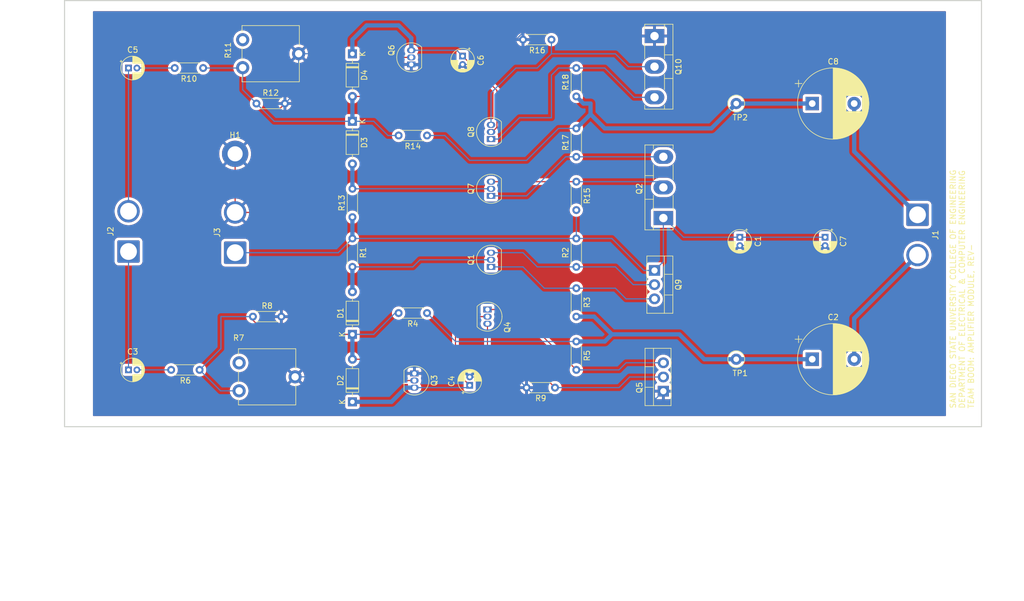
<source format=kicad_pcb>
(kicad_pcb (version 20240108) (generator "pcbnew") (generator_version "8.0")
  (title_block (title "Amplifier PCB") (date "2024-09-08") (rev "-") (company "Team BOOM"))
  (layers (0 "F.Cu" signal) (31 "B.Cu" signal) (34 "B.Paste" user) (35 "F.Paste" user) (36 "B.SilkS" user "B.Silkscreen") (37 "F.SilkS" user "F.Silkscreen") (38 "B.Mask" user) (39 "F.Mask" user) (44 "Edge.Cuts" user))
  (net 0 "")
  (net 1 "Net-(C8-Pad1)")
  (net 2 "Net-(C2-Pad1)")
  (net 3 "Net-(Q10-C)")
  (net 4 "Net-(Q2-C)")
  (net 5 "GND")
  (net 6 "Net-(Q10-B)")
  (net 7 "Net-(D3-K)")
  (net 8 "/18V")
  (net 9 "Net-(D3-A)")
  (net 10 "Net-(C5-Pad2)")
  (net 11 "Net-(Q4-C)")
  (net 12 "Net-(D1-K)")
  (net 13 "Net-(C3-Pad2)")
  (net 14 "Net-(Q4-E)")
  (net 15 "Net-(D1-A)")
  (net 16 "Net-(Q1-C)")
  (net 17 "Net-(Q1-E)")
  (net 18 "Net-(Q2-B)")
  (net 19 "Net-(D4-K)")
  (net 20 "Net-(D2-K)")
  (net 21 "Net-(J2-Pin_2)")
  (net 22 "Net-(J2-Pin_1)")
  (net 23 "Net-(J1-Pin_2)")
  (net 24 "Net-(J1-Pin_1)")
  (footprint "Resistor_THT:R_Axial_DIN0204_L3.6mm_D1.6mm_P5.08mm_Horizontal" (layer "F.Cu") (at 97.155 120.015)
    (property "Reference" "R8" (at 2.54 -1.92 0) (layer "F.SilkS"))
    (property "Value" "1.3k")
    (pad "1" thru_hole circle (at 0 0) (size 1.4 1.4) (drill 0.7) (layers "*.Cu" "*.Mask") (net 12 "Net-(D1-K)"))
    (pad "2" thru_hole oval (at 5.08 0) (size 1.4 1.4) (drill 0.7) (layers "*.Cu" "*.Mask") (net 5 "GND"))
  )
  (footprint "Resistor_THT:R_Axial_DIN0204_L3.6mm_D1.6mm_P5.08mm_Horizontal" (layer "F.Cu") (at 128.27 87.63 180)
    (property "Reference" "R14" (at 2.54 -1.92 0) (layer "F.SilkS"))
    (property "Value" "12k")
    (pad "1" thru_hole circle (at 0 0 180) (size 1.4 1.4) (drill 0.7) (layers "*.Cu" "*.Mask") (net 1 "Net-(C8-Pad1)"))
    (pad "2" thru_hole oval (at 5.08 0 180) (size 1.4 1.4) (drill 0.7) (layers "*.Cu" "*.Mask") (net 7 "Net-(D3-K)"))
  )
  (footprint "TestPoint:TestPoint_Loop_D2.50mm_Drill1.0mm" (layer "F.Cu") (at 183.515 127.635)
    (property "Reference" "TP1" (at 0.7 2.5 0) (layer "F.SilkS"))
    (property "Value" "TestPoint")
    (pad "1" thru_hole circle (at 0 0) (size 2 2) (drill 1) (layers "*.Cu" "*.Mask") (net 2 "Net-(C2-Pad1)"))
  )
  (footprint "Resistor_THT:R_Axial_DIN0204_L3.6mm_D1.6mm_P5.08mm_Horizontal" (layer "F.Cu") (at 97.79 81.915)
    (property "Reference" "R12" (at 2.54 -1.92 0) (layer "F.SilkS"))
    (property "Value" "1.3k")
    (pad "1" thru_hole circle (at 0 0) (size 1.4 1.4) (drill 0.7) (layers "*.Cu" "*.Mask") (net 7 "Net-(D3-K)"))
    (pad "2" thru_hole oval (at 5.08 0) (size 1.4 1.4) (drill 0.7) (layers "*.Cu" "*.Mask") (net 5 "GND"))
  )
  (footprint "Capacitor_THT:CP_Radial_D4.0mm_P1.50mm" (layer "F.Cu") (at 184.15 105.815 -90)
    (property "Reference" "C1" (at 0.75 -3.25 90) (layer "F.SilkS"))
    (property "Value" "0.22Uf")
    (pad "1" thru_hole rect (at 0 0 270) (size 1.2 1.2) (drill 0.6) (layers "*.Cu" "*.Mask") (net 8 "/18V"))
    (pad "2" thru_hole circle (at 1.5 0 270) (size 1.2 1.2) (drill 0.6) (layers "*.Cu" "*.Mask") (net 5 "GND"))
  )
  (footprint "Resistor_THT:R_Axial_DIN0204_L3.6mm_D1.6mm_P5.08mm_Horizontal" (layer "F.Cu") (at 154.94 95.885 -90)
    (property "Reference" "R15" (at 2.54 -1.92 90) (layer "F.SilkS"))
    (property "Value" "10k")
    (pad "1" thru_hole circle (at 0 0 270) (size 1.4 1.4) (drill 0.7) (layers "*.Cu" "*.Mask") (net 18 "Net-(Q2-B)"))
    (pad "2" thru_hole oval (at 5.08 0 270) (size 1.4 1.4) (drill 0.7) (layers "*.Cu" "*.Mask") (net 8 "/18V"))
  )
  (footprint "Connector_Wire:SolderWire-2.5sqmm_1x02_P7.2mm_D2.4mm_OD3.6mm" (layer "F.Cu") (at 93.98 108.585 90)
    (property "Reference" "J3" (at 3.6 -3.2 90) (layer "F.SilkS"))
    (property "Value" "Power Input")
    (pad "1" thru_hole roundrect (at 0 0 90) (size 4 4) (drill 3) (layers "*.Cu" "*.Mask") (roundrect_rratio 0.0625) (net 8 "/18V"))
    (pad "2" thru_hole circle (at 7.2 0 90) (size 4 4) (drill 3) (layers "*.Cu" "*.Mask") (net 5 "GND"))
  )
  (footprint "Resistor_THT:R_Axial_DIN0204_L3.6mm_D1.6mm_P5.08mm_Horizontal" (layer "F.Cu") (at 154.94 114.935 -90)
    (property "Reference" "R3" (at 2.54 -1.92 90) (layer "F.SilkS"))
    (property "Value" "0.22")
    (pad "1" thru_hole circle (at 0 0 270) (size 1.4 1.4) (drill 0.7) (layers "*.Cu" "*.Mask") (net 17 "Net-(Q1-E)"))
    (pad "2" thru_hole oval (at 5.08 0 270) (size 1.4 1.4) (drill 0.7) (layers "*.Cu" "*.Mask") (net 2 "Net-(C2-Pad1)"))
  )
  (footprint "Capacitor_THT:CP_Radial_D4.0mm_P1.50mm" (layer "F.Cu") (at 74.93 129.54)
    (property "Reference" "C3" (at 0.75 -3.25 0) (layer "F.SilkS"))
    (property "Value" "1Uf")
    (pad "1" thru_hole rect (at 0 0) (size 1.2 1.2) (drill 0.6) (layers "*.Cu" "*.Mask") (net 22 "Net-(J2-Pin_1)"))
    (pad "2" thru_hole circle (at 1.5 0) (size 1.2 1.2) (drill 0.6) (layers "*.Cu" "*.Mask") (net 13 "Net-(C3-Pad2)"))
  )
  (footprint "Potentiometer_THT:Potentiometer_ACP_CA9-V10_Vertical" (layer "F.Cu") (at 95.33 75.5)
    (property "Reference" "R11" (at -2.62 -3.11 -90) (layer "F.SilkS"))
    (property "Value" "R_Variable")
    (pad "1" thru_hole circle (at 0 0) (size 2.34 2.34) (drill 1.3) (layers "*.Cu" "*.Mask") (net 7 "Net-(D3-K)"))
    (pad "2" thru_hole circle (at 10 -2.5) (size 2.34 2.34) (drill 1.3) (layers "*.Cu" "*.Mask") (net 5 "GND"))
    (pad "3" thru_hole circle (at 0 -5) (size 2.34 2.34) (drill 1.3) (layers "*.Cu" "*.Mask"))
  )
  (footprint "Resistor_THT:R_Axial_DIN0204_L3.6mm_D1.6mm_P5.08mm_Horizontal" (layer "F.Cu") (at 154.94 111.125 90)
    (property "Reference" "R2" (at 2.54 -1.92 90) (layer "F.SilkS"))
    (property "Value" "10k")
    (pad "1" thru_hole circle (at 0 0 90) (size 1.4 1.4) (drill 0.7) (layers "*.Cu" "*.Mask") (net 16 "Net-(Q1-C)"))
    (pad "2" thru_hole oval (at 5.08 0 90) (size 1.4 1.4) (drill 0.7) (layers "*.Cu" "*.Mask") (net 8 "/18V"))
  )
  (footprint "Capacitor_THT:CP_Radial_D4.0mm_P1.50mm" (layer "F.Cu") (at 74.93 75.565)
    (property "Reference" "C5" (at 0.75 -3.25 0) (layer "F.SilkS"))
    (property "Value" "1Uf")
    (pad "1" thru_hole rect (at 0 0) (size 1.2 1.2) (drill 0.6) (layers "*.Cu" "*.Mask") (net 21 "Net-(J2-Pin_2)"))
    (pad "2" thru_hole circle (at 1.5 0) (size 1.2 1.2) (drill 0.6) (layers "*.Cu" "*.Mask") (net 10 "Net-(C5-Pad2)"))
  )
  (footprint "Package_TO_SOT_THT:TO-92_Inline" (layer "F.Cu") (at 125.455 74.93 90)
    (property "Reference" "Q6" (at 2.54 -3.535 90) (layer "F.SilkS"))
    (property "Value" "2N3904")
    (pad "1" thru_hole rect (at 0 0 90) (size 1.05 1.5) (drill 0.75) (layers "*.Cu" "*.Mask") (net 5 "GND"))
    (pad "2" thru_hole oval (at 1.27 0 90) (size 1.05 1.5) (drill 0.75) (layers "*.Cu" "*.Mask") (net 7 "Net-(D3-K)"))
    (pad "3" thru_hole oval (at 2.54 0 90) (size 1.05 1.5) (drill 0.75) (layers "*.Cu" "*.Mask") (net 19 "Net-(D4-K)"))
  )
  (footprint "Diode_THT:D_DO-35_SOD27_P7.62mm_Horizontal" (layer "F.Cu") (at 114.935 85.09 -90)
    (property "Reference" "D3" (at 3.81 -2.12 90) (layer "F.SilkS"))
    (property "Value" "1N4148")
    (fp_text user "K" (at 0 -1.8 90) (layer "F.SilkS"))
    (pad "1" thru_hole rect (at 0 0 270) (size 1.6 1.6) (drill 0.8) (layers "*.Cu" "*.Mask") (net 7 "Net-(D3-K)"))
    (pad "2" thru_hole oval (at 7.62 0 270) (size 1.6 1.6) (drill 0.8) (layers "*.Cu" "*.Mask") (net 9 "Net-(D3-A)"))
  )
  (footprint "Capacitor_THT:CP_Radial_D4.0mm_P1.50mm" (layer "F.Cu") (at 134.62 73.43 -90)
    (property "Reference" "C6" (at 0.75 -3.25 90) (layer "F.SilkS"))
    (property "Value" "1nF")
    (pad "1" thru_hole rect (at 0 0 270) (size 1.2 1.2) (drill 0.6) (layers "*.Cu" "*.Mask") (net 19 "Net-(D4-K)"))
    (pad "2" thru_hole circle (at 1.5 0 270) (size 1.2 1.2) (drill 0.6) (layers "*.Cu" "*.Mask") (net 5 "GND"))
  )
  (footprint "Resistor_THT:R_Axial_DIN0204_L3.6mm_D1.6mm_P5.08mm_Horizontal" (layer "F.Cu") (at 88.265 75.565 180)
    (property "Reference" "R10" (at 2.54 -1.92 0) (layer "F.SilkS"))
    (property "Value" "4.7k")
    (pad "1" thru_hole circle (at 0 0 180) (size 1.4 1.4) (drill 0.7) (layers "*.Cu" "*.Mask") (net 7 "Net-(D3-K)"))
    (pad "2" thru_hole oval (at 5.08 0 180) (size 1.4 1.4) (drill 0.7) (layers "*.Cu" "*.Mask") (net 10 "Net-(C5-Pad2)"))
  )
  (footprint "Capacitor_THT:CP_Radial_D4.0mm_P1.50mm" (layer "F.Cu") (at 135.89 132.31 90)
    (property "Reference" "C4" (at 0.75 -3.25 90) (layer "F.SilkS"))
    (property "Value" "1nF")
    (pad "1" thru_hole rect (at 0 0 90) (size 1.2 1.2) (drill 0.6) (layers "*.Cu" "*.Mask") (net 20 "Net-(D2-K)"))
    (pad "2" thru_hole circle (at 1.5 0 90) (size 1.2 1.2) (drill 0.6) (layers "*.Cu" "*.Mask") (net 5 "GND"))
  )
  (footprint "Resistor_THT:R_Axial_DIN0204_L3.6mm_D1.6mm_P5.08mm_Horizontal" (layer "F.Cu") (at 87.63 129.54 180)
    (property "Reference" "R6" (at 2.54 -1.92 0) (layer "F.SilkS"))
    (property "Value" "4.7k")
    (pad "1" thru_hole circle (at 0 0 180) (size 1.4 1.4) (drill 0.7) (layers "*.Cu" "*.Mask") (net 12 "Net-(D1-K)"))
    (pad "2" thru_hole oval (at 5.08 0 180) (size 1.4 1.4) (drill 0.7) (layers "*.Cu" "*.Mask") (net 13 "Net-(C3-Pad2)"))
  )
  (footprint "Package_TO_SOT_THT:TO-218-3_Vertical" (layer "F.Cu") (at 168.91 69.85 -90)
    (property "Reference" "Q10" (at 5.475 -4.29 90) (layer "F.SilkS"))
    (property "Value" "QD44H8G")
    (pad "1" thru_hole rect (at 0 0 270) (size 2.5 3.5) (drill 1.5) (layers "*.Cu" "*.Mask") (net 5 "GND"))
    (pad "2" thru_hole oval (at 5.475 0 270) (size 2.5 3.5) (drill 1.5) (layers "*.Cu" "*.Mask") (net 6 "Net-(Q10-B)"))
    (pad "3" thru_hole oval (at 10.95 0 270) (size 2.5 3.5) (drill 1.5) (layers "*.Cu" "*.Mask") (net 3 "Net-(Q10-C)"))
  )
  (footprint "Capacitor_THT:CP_Radial_D4.0mm_P1.50mm" (layer "F.Cu") (at 199.39 105.815 -90)
    (property "Reference" "C7" (at 0.75 -3.25 90) (layer "F.SilkS"))
    (property "Value" "0.22Uf")
    (pad "1" thru_hole rect (at 0 0 270) (size 1.2 1.2) (drill 0.6) (layers "*.Cu" "*.Mask") (net 8 "/18V"))
    (pad "2" thru_hole circle (at 1.5 0 270) (size 1.2 1.2) (drill 0.6) (layers "*.Cu" "*.Mask") (net 5 "GND"))
  )
  (footprint "Resistor_THT:R_Axial_DIN0204_L3.6mm_D1.6mm_P5.08mm_Horizontal" (layer "F.Cu") (at 150.495 70.485 180)
    (property "Reference" "R16" (at 2.54 -1.92 0) (layer "F.SilkS"))
    (property "Value" "10k")
    (pad "1" thru_hole circle (at 0 0 180) (size 1.4 1.4) (drill 0.7) (layers "*.Cu" "*.Mask") (net 6 "Net-(Q10-B)"))
    (pad "2" thru_hole oval (at 5.08 0 180) (size 1.4 1.4) (drill 0.7) (layers "*.Cu" "*.Mask") (net 5 "GND"))
  )
  (footprint "Diode_THT:D_DO-35_SOD27_P7.62mm_Horizontal" (layer "F.Cu") (at 114.935 123.19 90)
    (property "Reference" "D1" (at 3.81 -2.12 90) (layer "F.SilkS"))
    (property "Value" "1N4148")
    (fp_text user "K" (at 0 -1.8 90) (layer "F.SilkS"))
    (pad "1" thru_hole rect (at 0 0 90) (size 1.6 1.6) (drill 0.8) (layers "*.Cu" "*.Mask") (net 12 "Net-(D1-K)"))
    (pad "2" thru_hole oval (at 7.62 0 90) (size 1.6 1.6) (drill 0.8) (layers "*.Cu" "*.Mask") (net 15 "Net-(D1-A)"))
  )
  (footprint "Resistor_THT:R_Axial_DIN0204_L3.6mm_D1.6mm_P5.08mm_Horizontal" (layer "F.Cu") (at 151.13 132.715 180)
    (property "Reference" "R9" (at 2.54 -1.905 0) (layer "F.SilkS"))
    (property "Value" "10k")
    (pad "1" thru_hole circle (at 0 0 180) (size 1.4 1.4) (drill 0.7) (layers "*.Cu" "*.Mask") (net 11 "Net-(Q4-C)"))
    (pad "2" thru_hole oval (at 5.08 0 180) (size 1.4 1.4) (drill 0.7) (layers "*.Cu" "*.Mask") (net 5 "GND"))
  )
  (footprint "Connector_Wire:SolderWire-2.5sqmm_1x02_P7.2mm_D2.4mm_OD3.6mm" (layer "F.Cu") (at 215.9 101.81 -90)
    (property "Reference" "J1" (at 3.6 -3.2 90) (layer "F.SilkS"))
    (property "Value" "Speaker Terminals")
    (pad "1" thru_hole roundrect (at 0 0 270) (size 4 4) (drill 3) (layers "*.Cu" "*.Mask") (roundrect_rratio 0.0625) (net 24 "Net-(J1-Pin_1)"))
    (pad "2" thru_hole circle (at 7.2 0 270) (size 4 4) (drill 3) (layers "*.Cu" "*.Mask") (net 23 "Net-(J1-Pin_2)"))
  )
  (footprint "Package_TO_SOT_THT:TO-92_Inline" (layer "F.Cu") (at 139.7 88.265 90)
    (property "Reference" "Q8" (at 1.27 -3.56 90) (layer "F.SilkS"))
    (property "Value" "2N3906")
    (pad "1" thru_hole rect (at 0 0 90) (size 1.05 1.5) (drill 0.75) (layers "*.Cu" "*.Mask") (net 3 "Net-(Q10-C)"))
    (pad "2" thru_hole oval (at 1.27 0 90) (size 1.05 1.5) (drill 0.75) (layers "*.Cu" "*.Mask") (net 19 "Net-(D4-K)"))
    (pad "3" thru_hole oval (at 2.54 0 90) (size 1.05 1.5) (drill 0.75) (layers "*.Cu" "*.Mask") (net 6 "Net-(Q10-B)"))
  )
  (footprint "Resistor_THT:R_Axial_DIN0204_L3.6mm_D1.6mm_P5.08mm_Horizontal" (layer "F.Cu") (at 154.94 80.645 90)
    (property "Reference" "R18" (at 2.54 -1.92 90) (layer "F.SilkS"))
    (property "Value" "0.22")
    (pad "1" thru_hole circle (at 0 0 90) (size 1.4 1.4) (drill 0.7) (layers "*.Cu" "*.Mask") (net 1 "Net-(C8-Pad1)"))
    (pad "2" thru_hole oval (at 5.08 0 90) (size 1.4 1.4) (drill 0.7) (layers "*.Cu" "*.Mask") (net 3 "Net-(Q10-C)"))
  )
  (footprint "Potentiometer_THT:Potentiometer_ACP_CA9-V10_Vertical" (layer "F.Cu") (at 94.695 133.285)
    (property "Reference" "R7" (at -0.08 -9.46 0) (layer "F.SilkS"))
    (property "Value" "R_Variable")
    (pad "1" thru_hole circle (at 0 0) (size 2.34 2.34) (drill 1.3) (layers "*.Cu" "*.Mask") (net 12 "Net-(D1-K)"))
    (pad "2" thru_hole circle (at 10 -2.5) (size 2.34 2.34) (drill 1.3) (layers "*.Cu" "*.Mask") (net 5 "GND"))
    (pad "3" thru_hole circle (at 0 -5) (size 2.34 2.34) (drill 1.3) (layers "*.Cu" "*.Mask"))
  )
  (footprint "Package_TO_SOT_THT:TO-92_Inline" (layer "F.Cu") (at 139.7 111.125 90)
    (property "Reference" "Q1" (at 1.27 -3.56 90) (layer "F.SilkS"))
    (property "Value" "2N3904")
    (pad "1" thru_hole rect (at 0 0 90) (size 1.05 1.5) (drill 0.75) (layers "*.Cu" "*.Mask") (net 17 "Net-(Q1-E)"))
    (pad "2" thru_hole oval (at 1.27 0 90) (size 1.05 1.5) (drill 0.75) (layers "*.Cu" "*.Mask") (net 15 "Net-(D1-A)"))
    (pad "3" thru_hole oval (at 2.54 0 90) (size 1.05 1.5) (drill 0.75) (layers "*.Cu" "*.Mask") (net 16 "Net-(Q1-C)"))
  )
  (footprint "Resistor_THT:R_Axial_DIN0204_L3.6mm_D1.6mm_P5.08mm_Horizontal" (layer "F.Cu") (at 154.94 91.44 90)
    (property "Reference" "R17" (at 2.54 -1.92 90) (layer "F.SilkS"))
    (property "Value" "0.22")
    (pad "1" thru_hole circle (at 0 0 90) (size 1.4 1.4) (drill 0.7) (layers "*.Cu" "*.Mask") (net 4 "Net-(Q2-C)"))
    (pad "2" thru_hole oval (at 5.08 0 90) (size 1.4 1.4) (drill 0.7) (layers "*.Cu" "*.Mask") (net 1 "Net-(C8-Pad1)"))
  )
  (footprint "Package_TO_SOT_THT:TO-220-3_Vertical" (layer "F.Cu") (at 168.91 111.76 -90)
    (property "Reference" "Q9" (at 2.54 -4.27 90) (layer "F.SilkS"))
    (property "Value" "QD45H8G")
    (pad "1" thru_hole rect (at 0 0 270) (size 1.905 2) (drill 1.1) (layers "*.Cu" "*.Mask") (net 8 "/18V"))
    (pad "2" thru_hole oval (at 2.54 0 270) (size 1.905 2) (drill 1.1) (layers "*.Cu" "*.Mask") (net 16 "Net-(Q1-C)"))
    (pad "3" thru_hole oval (at 5.08 0 270) (size 1.905 2) (drill 1.1) (layers "*.Cu" "*.Mask") (net 17 "Net-(Q1-E)"))
  )
  (footprint "TestPoint:TestPoint_Loop_D2.50mm_Drill1.0mm" (layer "F.Cu") (at 183.515 81.915)
    (property "Reference" "TP2" (at 0.7 2.5 0) (layer "F.SilkS"))
    (property "Value" "TestPoint")
    (pad "1" thru_hole circle (at 0 0) (size 2 2) (drill 1) (layers "*.Cu" "*.Mask") (net 1 "Net-(C8-Pad1)"))
  )
  (footprint "Resistor_THT:R_Axial_DIN0204_L3.6mm_D1.6mm_P5.08mm_Horizontal" (layer "F.Cu") (at 114.935 106.045 -90)
    (property "Reference" "R1" (at 2.54 -1.92 90) (layer "F.SilkS"))
    (property "Value" "4.7k")
    (pad "1" thru_hole circle (at 0 0 270) (size 1.4 1.4) (drill 0.7) (layers "*.Cu" "*.Mask") (net 8 "/18V"))
    (pad "2" thru_hole oval (at 5.08 0 270) (size 1.4 1.4) (drill 0.7) (layers "*.Cu" "*.Mask") (net 15 "Net-(D1-A)"))
  )
  (footprint "Package_TO_SOT_THT:TO-92_Inline" (layer "F.Cu") (at 139.7 98.425 90)
    (property "Reference" "Q7" (at 1.27 -3.56 90) (layer "F.SilkS"))
    (property "Value" "2N3904")
    (pad "1" thru_hole rect (at 0 0 90) (size 1.05 1.5) (drill 0.75) (layers "*.Cu" "*.Mask") (net 4 "Net-(Q2-C)"))
    (pad "2" thru_hole oval (at 1.27 0 90) (size 1.05 1.5) (drill 0.75) (layers "*.Cu" "*.Mask") (net 9 "Net-(D3-A)"))
    (pad "3" thru_hole oval (at 2.54 0 90) (size 1.05 1.5) (drill 0.75) (layers "*.Cu" "*.Mask") (net 18 "Net-(Q2-B)"))
  )
  (footprint "Capacitor_THT:CP_Radial_D12.5mm_P7.50mm" (layer "F.Cu") (at 197.086041 127.635)
    (property "Reference" "C2" (at 3.75 -7.5 0) (layer "F.SilkS"))
    (property "Value" "1000uF")
    (pad "1" thru_hole rect (at 0 0) (size 2.4 2.4) (drill 1.2) (layers "*.Cu" "*.Mask") (net 2 "Net-(C2-Pad1)"))
    (pad "2" thru_hole circle (at 7.5 0) (size 2.4 2.4) (drill 1.2) (layers "*.Cu" "*.Mask") (net 23 "Net-(J1-Pin_2)"))
  )
  (footprint "Connector_Wire:SolderWire-2.5sqmm_1x02_P7.2mm_D2.4mm_OD3.6mm" (layer "F.Cu") (at 74.93 108.375 90)
    (property "Reference" "J2" (at 3.6 -3.2 90) (layer "F.SilkS"))
    (property "Value" "Input Terminals")
    (pad "1" thru_hole roundrect (at 0 0 90) (size 4 4) (drill 3) (layers "*.Cu" "*.Mask") (roundrect_rratio 0.0625) (net 22 "Net-(J2-Pin_1)"))
    (pad "2" thru_hole circle (at 7.2 0 90) (size 4 4) (drill 3) (layers "*.Cu" "*.Mask") (net 21 "Net-(J2-Pin_2)"))
  )
  (footprint "Diode_THT:D_DO-35_SOD27_P7.62mm_Horizontal" (layer "F.Cu") (at 114.935 73.025 -90)
    (property "Reference" "D4" (at 3.81 -2.12 90) (layer "F.SilkS"))
    (property "Value" "1N4148")
    (fp_text user "K" (at 0 -1.8 90) (layer "F.SilkS"))
    (pad "1" thru_hole rect (at 0 0 270) (size 1.6 1.6) (drill 0.8) (layers "*.Cu" "*.Mask") (net 19 "Net-(D4-K)"))
    (pad "2" thru_hole oval (at 7.62 0 270) (size 1.6 1.6) (drill 0.8) (layers "*.Cu" "*.Mask") (net 7 "Net-(D3-K)"))
  )
  (footprint "Package_TO_SOT_THT:TO-92_Inline" (layer "F.Cu") (at 126.005 130.175 -90)
    (property "Reference" "Q3" (at 1.27 -3.56 90) (layer "F.SilkS"))
    (property "Value" "2N3904")
    (pad "1" thru_hole rect (at 0 0 270) (size 1.05 1.5) (drill 0.75) (layers "*.Cu" "*.Mask") (net 5 "GND"))
    (pad "2" thru_hole oval (at 1.27 0 270) (size 1.05 1.5) (drill 0.75) (layers "*.Cu" "*.Mask") (net 12 "Net-(D1-K)"))
    (pad "3" thru_hole oval (at 2.54 0 270) (size 1.05 1.5) (drill 0.75) (layers "*.Cu" "*.Mask") (net 20 "Net-(D2-K)"))
  )
  (footprint "Package_TO_SOT_THT:TO-220-3_Vertical" (layer "F.Cu") (at 170.49 133.35 90)
    (property "Reference" "Q5" (at 0.635 -4.27 90) (layer "F.SilkS"))
    (property "Value" "QD44H8G")
    (pad "1" thru_hole rect (at 0 0 90) (size 1.905 2) (drill 1.1) (layers "*.Cu" "*.Mask") (net 5 "GND"))
    (pad "2" thru_hole oval (at 2.54 0 90) (size 1.905 2) (drill 1.1) (layers "*.Cu" "*.Mask") (net 11 "Net-(Q4-C)"))
    (pad "3" thru_hole oval (at 5.08 0 90) (size 1.905 2) (drill 1.1) (layers "*.Cu" "*.Mask") (net 14 "Net-(Q4-E)"))
  )
  (footprint "Capacitor_THT:CP_Radial_D12.5mm_P7.50mm" (layer "F.Cu") (at 197.086041 81.915)
    (property "Reference" "C8" (at 3.75 -7.5 0) (layer "F.SilkS"))
    (property "Value" "1000uF")
    (pad "1" thru_hole rect (at 0 0) (size 2.4 2.4) (drill 1.2) (layers "*.Cu" "*.Mask") (net 1 "Net-(C8-Pad1)"))
    (pad "2" thru_hole circle (at 7.5 0) (size 2.4 2.4) (drill 1.2) (layers "*.Cu" "*.Mask") (net 24 "Net-(J1-Pin_1)"))
  )
  (footprint "Package_TO_SOT_THT:TO-92_Inline" (layer "F.Cu") (at 139.065 118.745 -90)
    (property "Reference" "Q4" (at 3.175 -3.56 90) (layer "F.SilkS"))
    (property "Value" "2N3906")
    (pad "1" thru_hole rect (at 0 0 270) (size 1.05 1.5) (drill 0.75) (layers "*.Cu" "*.Mask") (net 14 "Net-(Q4-E)"))
    (pad "2" thru_hole oval (at 1.27 0 270) (size 1.05 1.5) (drill 0.75) (layers "*.Cu" "*.Mask") (net 20 "Net-(D2-K)"))
    (pad "3" thru_hole oval (at 2.54 0 270) (size 1.05 1.5) (drill 0.75) (layers "*.Cu" "*.Mask") (net 11 "Net-(Q4-C)"))
  )
  (footprint "Resistor_THT:R_Axial_DIN0204_L3.6mm_D1.6mm_P5.08mm_Horizontal" (layer "F.Cu") (at 114.935 102.235 90)
    (property "Reference" "R13" (at 2.54 -1.905 90) (layer "F.SilkS"))
    (property "Value" "4.7k")
    (pad "1" thru_hole circle (at 0 0 90) (size 1.4 1.4) (drill 0.7) (layers "*.Cu" "*.Mask") (net 8 "/18V"))
    (pad "2" thru_hole oval (at 5.08 0 90) (size 1.4 1.4) (drill 0.7) (layers "*.Cu" "*.Mask") (net 9 "Net-(D3-A)"))
  )
  (footprint "Resistor_THT:R_Axial_DIN0204_L3.6mm_D1.6mm_P5.08mm_Horizontal" (layer "F.Cu") (at 154.94 124.46 -90)
    (property "Reference" "R5" (at 2.54 -1.92 90) (layer "F.SilkS"))
    (property "Value" "0.22")
    (pad "1" thru_hole circle (at 0 0 270) (size 1.4 1.4) (drill 0.7) (layers "*.Cu" "*.Mask") (net 2 "Net-(C2-Pad1)"))
    (pad "2" thru_hole oval (at 5.08 0 270) (size 1.4 1.4) (drill 0.7) (layers "*.Cu" "*.Mask") (net 14 "Net-(Q4-E)"))
  )
  (footprint "MountingHole:MountingHole_2.7mm_M2.5_DIN965_Pad" (layer "F.Cu") (at 93.98 90.905)
    (property "Reference" "H1" (at 0 -3.35 0) (layer "F.SilkS"))
    (property "Value" "MountingHole_Pad")
    (pad "1" thru_hole circle (at 0 0) (size 4.7 4.7) (drill 2.7) (layers "*.Cu" "*.Mask") (net 5 "GND"))
  )
  (footprint "Resistor_THT:R_Axial_DIN0204_L3.6mm_D1.6mm_P5.08mm_Horizontal" (layer "F.Cu") (at 128.27 119.38 180)
    (property "Reference" "R4" (at 2.54 -1.92 0) (layer "F.SilkS"))
    (property "Value" "12k")
    (pad "1" thru_hole circle (at 0 0 180) (size 1.4 1.4) (drill 0.7) (layers "*.Cu" "*.Mask") (net 2 "Net-(C2-Pad1)"))
    (pad "2" thru_hole oval (at 5.08 0 180) (size 1.4 1.4) (drill 0.7) (layers "*.Cu" "*.Mask") (net 12 "Net-(D1-K)"))
  )
  (footprint "Diode_THT:D_DO-35_SOD27_P7.62mm_Horizontal" (layer "F.Cu") (at 114.935 135.255 90)
    (property "Reference" "D2" (at 3.81 -2.12 90) (layer "F.SilkS"))
    (property "Value" "1N4148")
    (fp_text user "K" (at 0 -1.8 90) (layer "F.SilkS"))
    (pad "1" thru_hole rect (at 0 0 90) (size 1.6 1.6) (drill 0.8) (layers "*.Cu" "*.Mask") (net 20 "Net-(D2-K)"))
    (pad "2" thru_hole oval (at 7.62 0 90) (size 1.6 1.6) (drill 0.8) (layers "*.Cu" "*.Mask") (net 12 "Net-(D1-K)"))
  )
  (footprint "Package_TO_SOT_THT:TO-218-3_Vertical" (layer "F.Cu") (at 170.49 102.39 90)
    (property "Reference" "Q2" (at 5.235 -4.29 90) (layer "F.SilkS"))
    (property "Value" "QD45H8G")
    (pad "1" thru_hole rect (at 0 0 90) (size 2.5 3.5) (drill 1.5) (layers "*.Cu" "*.Mask") (net 8 "/18V"))
    (pad "2" thru_hole oval (at 5.475 0 90) (size 2.5 3.5) (drill 1.5) (layers "*.Cu" "*.Mask") (net 18 "Net-(Q2-B)"))
    (pad "3" thru_hole oval (at 10.95 0 90) (size 2.5 3.5) (drill 1.5) (layers "*.Cu" "*.Mask") (net 4 "Net-(Q2-C)"))
  )
  (gr_rect (start 63.5 63.5) (end 227.33 139.7) (stroke (width 0.2)) (fill none) (layer "Edge.Cuts"))
  (gr_text "SAN DIEGO STATE UNIVERSITY COLLEGE OF ENGINEERING\nDEPARTMENT OF ELECTRICAL & COMPUTER ENGINEERING\nTEAM BOOM: AMPLIFIER MODULE, REV-" (at 226.06 136.525 90) (layer "F.SilkS") (effects (font (size 1 1)) (justify left bottom)))
  (segment (start 146.05 92.075) (end 151.765 86.36) (width 0.2) (layer "B.Cu") (net 1))
  (segment (start 197.086041 81.915) (end 183.515 81.915) (width 0.762) (layer "B.Cu") (net 1))
  (segment (start 183.515 81.915) (end 179.07 86.36) (width 0.762) (layer "B.Cu") (net 1))
  (segment (start 131.445 87.63) (end 135.89 92.075) (width 0.2) (layer "B.Cu") (net 1))
  (segment (start 128.27 87.63) (end 131.445 87.63) (width 0.2) (layer "B.Cu") (net 1))
  (segment (start 179.07 86.36) (end 160.02 86.36) (width 0.762) (layer "B.Cu") (net 1))
  (segment (start 156.21 81.915) (end 154.94 80.645) (width 0.762) (layer "B.Cu") (net 1))
  (segment (start 157.48 83.82) (end 154.94 86.36) (width 0.762) (layer "B.Cu") (net 1))
  (segment (start 157.48 81.915) (end 156.21 81.915) (width 0.762) (layer "B.Cu") (net 1))
  (segment (start 157.48 83.82) (end 157.48 81.915) (width 0.762) (layer "B.Cu") (net 1))
  (segment (start 160.02 86.36) (end 157.48 83.82) (width 0.762) (layer "B.Cu") (net 1))
  (segment (start 151.765 86.36) (end 154.94 86.36) (width 0.2) (layer "B.Cu") (net 1))
  (segment (start 135.89 92.075) (end 146.05 92.075) (width 0.2) (layer "B.Cu") (net 1))
  (segment (start 177.8 127.635) (end 173.355 123.19) (width 0.762) (layer "B.Cu") (net 2))
  (segment (start 161.29 123.19) (end 160.02 124.46) (width 0.762) (layer "B.Cu") (net 2))
  (segment (start 161.29 123.19) (end 158.115 120.015) (width 0.762) (layer "B.Cu") (net 2))
  (segment (start 173.355 123.19) (end 161.29 123.19) (width 0.762) (layer "B.Cu") (net 2))
  (segment (start 128.27 119.38) (end 133.35 124.46) (width 0.2) (layer "B.Cu") (net 2))
  (segment (start 160.02 124.46) (end 154.94 124.46) (width 0.762) (layer "B.Cu") (net 2))
  (segment (start 197.086041 127.635) (end 183.515 127.635) (width 0.762) (layer "B.Cu") (net 2))
  (segment (start 133.35 124.46) (end 154.94 124.46) (width 0.2) (layer "B.Cu") (net 2))
  (segment (start 158.115 120.015) (end 154.94 120.015) (width 0.762) (layer "B.Cu") (net 2))
  (segment (start 183.515 127.635) (end 177.8 127.635) (width 0.762) (layer "B.Cu") (net 2))
  (segment (start 144.78 84.455) (end 140.97 88.265) (width 0.2) (layer "B.Cu") (net 3))
  (segment (start 140.97 88.265) (end 139.7 88.265) (width 0.2) (layer "B.Cu") (net 3))
  (segment (start 165.255 80.8) (end 160.02 75.565) (width 0.2) (layer "B.Cu") (net 3))
  (segment (start 150.495 84.455) (end 144.78 84.455) (width 0.2) (layer "B.Cu") (net 3))
  (segment (start 150.495 76.835) (end 150.495 84.455) (width 0.2) (layer "B.Cu") (net 3))
  (segment (start 168.91 80.8) (end 165.255 80.8) (width 0.2) (layer "B.Cu") (net 3))
  (segment (start 160.02 75.565) (end 154.94 75.565) (width 0.2) (layer "B.Cu") (net 3))
  (segment (start 151.765 75.565) (end 150.495 76.835) (width 0.2) (layer "B.Cu") (net 3))
  (segment (start 154.94 75.565) (end 151.765 75.565) (width 0.2) (layer "B.Cu") (net 3))
  (segment (start 139.7 98.425) (end 146.05 98.425) (width 0.2) (layer "B.Cu") (net 4))
  (segment (start 154.94 91.44) (end 170.49 91.44) (width 0.2) (layer "B.Cu") (net 4))
  (segment (start 153.035 91.44) (end 154.94 91.44) (width 0.2) (layer "B.Cu") (net 4))
  (segment (start 146.05 98.425) (end 153.035 91.44) (width 0.2) (layer "B.Cu") (net 4))
  (segment (start 93.98 101.385) (end 99.48 101.385) (width 0.2) (layer "F.Cu") (net 5))
  (segment (start 102.235 104.14) (end 102.235 120.015) (width 0.2) (layer "F.Cu") (net 5))
  (segment (start 179.705 111.76) (end 184.15 107.315) (width 0.2) (layer "F.Cu") (net 5))
  (segment (start 99.48 101.385) (end 102.235 104.14) (width 0.2) (layer "F.Cu") (net 5))
  (segment (start 93.98 90.805) (end 102.87 81.915) (width 0.2) (layer "F.Cu") (net 5))
  (segment (start 93.98 101.385) (end 93.98 90.805) (width 0.2) (layer "F.Cu") (net 5))
  (segment (start 179.705 127) (end 179.705 111.76) (width 0.2) (layer "F.Cu") (net 5))
  (segment (start 173.355 133.35) (end 179.705 127) (width 0.2) (layer "F.Cu") (net 5))
  (segment (start 170.49 133.35) (end 173.355 133.35) (width 0.2) (layer "F.Cu") (net 5))
  (segment (start 135.255 130.175) (end 135.89 130.81) (width 0.2) (layer "B.Cu") (net 5))
  (segment (start 105.33 73) (end 105.33 79.455) (width 0.2) (layer "B.Cu") (net 5))
  (segment (start 135.89 130.81) (end 144.145 130.81) (width 0.2) (layer "B.Cu") (net 5))
  (segment (start 109.22 123.19) (end 109.22 129.54) (width 0.2) (layer "B.Cu") (net 5))
  (segment (start 161.29 69.85) (end 159.385 67.945) (width 0.2) (layer "B.Cu") (net 5))
  (segment (start 123.825 130.175) (end 126.005 130.175) (width 0.2) (layer "B.Cu") (net 5))
  (segment (start 125.455 75.84) (end 125.455 74.93) (width 0.2) (layer "B.Cu") (net 5))
  (segment (start 109.22 129.54) (end 107.95 130.81) (width 0.2) (layer "B.Cu") (net 5))
  (segment (start 168.585 135.255) (end 170.49 133.35) (width 0.2) (layer "B.Cu") (net 5))
  (segment (start 106.045 120.015) (end 109.22 123.19) (width 0.2) (layer "B.Cu") (net 5))
  (segment (start 110.49 130.81) (end 123.19 130.81) (width 0.2) (layer "B.Cu") (net 5))
  (segment (start 109.22 129.54) (end 110.49 130.81) (width 0.2) (layer "B.Cu") (net 5))
  (segment (start 107.95 130.81) (end 107.925 130.785) (width 0.2) (layer "B.Cu") (net 5))
  (segment (start 184.15 107.315) (end 199.39 107.315) (width 0.2) (layer "B.Cu") (net 5))
  (segment (start 124.46 76.835) (end 125.455 75.84) (width 0.2) (layer "B.Cu") (net 5))
  (segment (start 105.33 73) (end 107.29 73) (width 0.2) (layer "B.Cu") (net 5))
  (segment (start 111.125 76.835) (end 124.46 76.835) (width 0.2) (layer "B.Cu") (net 5))
  (segment (start 102.235 120.015) (end 106.045 120.015) (width 0.2) (layer "B.Cu") (net 5))
  (segment (start 168.91 69.85) (end 161.29 69.85) (width 0.2) (layer "B.Cu") (net 5))
  (segment (start 123.19 130.81) (end 123.825 130.175) (width 0.2) (layer "B.Cu") (net 5))
  (segment (start 146.05 132.715) (end 148.59 135.255) (width 0.2) (layer "B.Cu") (net 5))
  (segment (start 139.7 74.93) (end 134.62 74.93) (width 0.2) (layer "B.Cu") (net 5))
  (segment (start 105.33 79.455) (end 102.87 81.915) (width 0.2) (layer "B.Cu") (net 5))
  (segment (start 126.005 130.175) (end 135.255 130.175) (width 0.2) (layer "B.Cu") (net 5))
  (segment (start 148.59 135.255) (end 168.585 135.255) (width 0.2) (layer "B.Cu") (net 5))
  (segment (start 107.925 130.785) (end 104.695 130.785) (width 0.2) (layer "B.Cu") (net 5))
  (segment (start 144.145 130.81) (end 146.05 132.715) (width 0.2) (layer "B.Cu") (net 5))
  (segment (start 125.455 74.93) (end 125.73 74.93) (width 0.2) (layer "B.Cu") (net 5))
  (segment (start 145.415 67.945) (end 145.415 69.85) (width 0.2) (layer "B.Cu") (net 5))
  (segment (start 159.385 67.945) (end 145.415 67.945) (width 0.2) (layer "B.Cu") (net 5))
  (segment (start 145.415 69.215) (end 139.7 74.93) (width 0.2) (layer "B.Cu") (net 5))
  (segment (start 125.73 74.93) (end 125.96 75.16) (width 0.2) (layer "B.Cu") (net 5))
  (segment (start 107.29 73) (end 111.125 76.835) (width 0.2) (layer "B.Cu") (net 5))
  (segment (start 125.96 75.16) (end 134.62 75.16) (width 0.2) (layer "B.Cu") (net 5))
  (segment (start 147.955 75.565) (end 150.495 73.025) (width 0.2) (layer "B.Cu") (net 6))
  (segment (start 168.91 75.325) (end 164.225 75.325) (width 0.2) (layer "B.Cu") (net 6))
  (segment (start 144.145 75.565) (end 139.7 80.01) (width 0.2) (layer "B.Cu") (net 6))
  (segment (start 139.7 80.01) (end 139.7 85.725) (width 0.2) (layer "B.Cu") (net 6))
  (segment (start 144.145 75.565) (end 147.955 75.565) (width 0.2) (layer "B.Cu") (net 6))
  (segment (start 161.925 73.025) (end 150.495 73.025) (width 0.2) (layer "B.Cu") (net 6))
  (segment (start 164.225 75.325) (end 161.925 73.025) (width 0.2) (layer "B.Cu") (net 6))
  (segment (start 150.495 73.025) (end 150.495 70.485) (width 0.2) (layer "B.Cu") (net 6))
  (segment (start 125.455 73.66) (end 121.92 73.66) (width 0.2) (layer "F.Cu") (net 7))
  (segment (start 119.38 76.2) (end 119.38 80.645) (width 0.2) (layer "F.Cu") (net 7))
  (segment (start 119.38 80.645) (end 114.935 80.645) (width 0.2) (layer "F.Cu") (net 7))
  (segment (start 121.92 73.66) (end 119.38 76.2) (width 0.2) (layer "F.Cu") (net 7))
  (segment (start 95.33 75.5) (end 95.33 79.455) (width 0.2) (layer "B.Cu") (net 7))
  (segment (start 118.745 85.09) (end 114.935 85.09) (width 0.2) (layer "B.Cu") (net 7))
  (segment (start 97.79 81.915) (end 100.965 85.09) (width 0.2) (layer "B.Cu") (net 7))
  (segment (start 123.19 87.63) (end 121.285 87.63) (width 0.2) (layer "B.Cu") (net 7))
  (segment (start 95.33 79.455) (end 97.79 81.915) (width 0.2) (layer "B.Cu") (net 7))
  (segment (start 100.965 85.09) (end 114.935 85.09) (width 0.2) (layer "B.Cu") (net 7))
  (segment (start 121.285 87.63) (end 118.745 85.09) (width 0.2) (layer "B.Cu") (net 7))
  (segment (start 88.265 75.565) (end 95.265 75.565) (width 0.2) (layer "B.Cu") (net 7))
  (segment (start 95.265 75.565) (end 95.33 75.5) (width 0.2) (layer "B.Cu") (net 7))
  (segment (start 114.935 80.645) (end 114.935 85.09) (width 0.762) (layer "B.Cu") (net 7))
  (segment (start 174.085 105.815) (end 184.15 105.815) (width 0.2) (layer "B.Cu") (net 8))
  (segment (start 170.49 102.39) (end 170.66 102.39) (width 0.2) (layer "B.Cu") (net 8))
  (segment (start 168.91 111.76) (end 167.005 111.76) (width 0.2) (layer "B.Cu") (net 8))
  (segment (start 112.395 108.585) (end 114.935 106.045) (width 0.2) (layer "B.Cu") (net 8))
  (segment (start 184.15 105.815) (end 199.39 105.815) (width 0.2) (layer "B.Cu") (net 8))
  (segment (start 93.98 108.585) (end 112.395 108.585) (width 0.2) (layer "B.Cu") (net 8))
  (segment (start 170.49 102.39) (end 170.49 110.18) (width 0.2) (layer "B.Cu") (net 8))
  (segment (start 114.935 102.235) (end 114.935 106.045) (width 0.762) (layer "B.Cu") (net 8))
  (segment (start 154.94 106.045) (end 154.94 102.235) (width 0.2) (layer "B.Cu") (net 8))
  (segment (start 167.005 111.76) (end 161.29 106.045) (width 0.2) (layer "B.Cu") (net 8))
  (segment (start 161.29 106.045) (end 154.94 106.045) (width 0.2) (layer "B.Cu") (net 8))
  (segment (start 154.94 106.045) (end 114.935 106.045) (width 0.2) (layer "B.Cu") (net 8))
  (segment (start 170.49 110.18) (end 168.91 111.76) (width 0.2) (layer "B.Cu") (net 8))
  (segment (start 170.66 102.39) (end 174.085 105.815) (width 0.2) (layer "B.Cu") (net 8))
  (segment (start 139.7 97.155) (end 114.935 97.155) (width 0.2) (layer "B.Cu") (net 9))
  (segment (start 114.935 92.71) (end 114.935 97.155) (width 0.762) (layer "B.Cu") (net 9))
  (segment (start 76.43 75.565) (end 83.185 75.565) (width 0.2) (layer "B.Cu") (net 10))
  (segment (start 144.78 126.365) (end 139.065 126.365) (width 0.2) (layer "F.Cu") (net 11))
  (segment (start 139.065 126.365) (end 139.065 121.285) (width 0.2) (layer "F.Cu") (net 11))
  (segment (start 151.13 132.715) (end 144.78 126.365) (width 0.2) (layer "F.Cu") (net 11))
  (segment (start 151.13 132.715) (end 162.56 132.715) (width 0.2) (layer "B.Cu") (net 11))
  (segment (start 164.465 130.81) (end 170.49 130.81) (width 0.2) (layer "B.Cu") (net 11))
  (segment (start 162.56 132.715) (end 164.465 130.81) (width 0.2) (layer "B.Cu") (net 11))
  (segment (start 120.015 131.445) (end 116.205 127.635) (width 0.2) (layer "F.Cu") (net 12))
  (segment (start 116.205 127.635) (end 114.935 127.635) (width 0.2) (layer "F.Cu") (net 12))
  (segment (start 97.155 120.65) (end 97.155 120.015) (width 0.2) (layer "F.Cu") (net 12))
  (segment (start 114.935 123.19) (end 99.695 123.19) (width 0.2) (layer "F.Cu") (net 12))
  (segment (start 99.695 123.19) (end 97.155 120.65) (width 0.2) (layer "F.Cu") (net 12))
  (segment (start 126.005 131.445) (end 120.015 131.445) (width 0.2) (layer "F.Cu") (net 12))
  (segment (start 91.375 133.285) (end 94.695 133.285) (width 0.2) (layer "B.Cu") (net 12))
  (segment (start 114.935 123.19) (end 114.935 127.635) (width 0.762) (layer "B.Cu") (net 12))
  (segment (start 91.44 125.73) (end 91.44 120.015) (width 0.2) (layer "B.Cu") (net 12))
  (segment (start 118.745 123.19) (end 114.935 123.19) (width 0.2) (layer "B.Cu") (net 12))
  (segment (start 87.63 129.54) (end 91.44 125.73) (width 0.2) (layer "B.Cu") (net 12))
  (segment (start 87.63 129.54) (end 91.375 133.285) (width 0.2) (layer "B.Cu") (net 12))
  (segment (start 91.44 120.015) (end 97.155 120.015) (width 0.2) (layer "B.Cu") (net 12))
  (segment (start 123.19 119.38) (end 122.555 119.38) (width 0.2) (layer "B.Cu") (net 12))
  (segment (start 122.555 119.38) (end 118.745 123.19) (width 0.2) (layer "B.Cu") (net 12))
  (segment (start 76.43 129.54) (end 81.915 129.54) (width 0.2) (layer "B.Cu") (net 13))
  (segment (start 154.94 129.54) (end 144.145 118.745) (width 0.2) (layer "F.Cu") (net 14))
  (segment (start 144.145 118.745) (end 139.065 118.745) (width 0.2) (layer "F.Cu") (net 14))
  (segment (start 162.56 129.54) (end 163.83 128.27) (width 0.2) (layer "B.Cu") (net 14))
  (segment (start 163.83 128.27) (end 170.49 128.27) (width 0.2) (layer "B.Cu") (net 14))
  (segment (start 154.94 129.54) (end 162.56 129.54) (width 0.2) (layer "B.Cu") (net 14))
  (segment (start 139.7 109.855) (end 127 109.855) (width 0.2) (layer "B.Cu") (net 15))
  (segment (start 125.73 111.125) (end 114.935 111.125) (width 0.2) (layer "B.Cu") (net 15))
  (segment (start 127 109.855) (end 125.73 111.125) (width 0.2) (layer "B.Cu") (net 15))
  (segment (start 114.935 111.125) (end 114.935 115.57) (width 0.762) (layer "B.Cu") (net 15))
  (segment (start 147.955 111.125) (end 154.94 111.125) (width 0.2) (layer "B.Cu") (net 16))
  (segment (start 139.7 108.585) (end 145.415 108.585) (width 0.2) (layer "B.Cu") (net 16))
  (segment (start 165.1 114.3) (end 161.925 111.125) (width 0.2) (layer "B.Cu") (net 16))
  (segment (start 145.415 108.585) (end 147.955 111.125) (width 0.2) (layer "B.Cu") (net 16))
  (segment (start 161.925 111.125) (end 154.94 111.125) (width 0.2) (layer "B.Cu") (net 16))
  (segment (start 168.91 114.3) (end 165.1 114.3) (width 0.2) (layer "B.Cu") (net 16))
  (segment (start 161.925 114.935) (end 154.94 114.935) (width 0.2) (layer "B.Cu") (net 17))
  (segment (start 168.91 116.84) (end 163.83 116.84) (width 0.2) (layer "B.Cu") (net 17))
  (segment (start 139.7 111.125) (end 145.415 111.125) (width 0.2) (layer "B.Cu") (net 17))
  (segment (start 145.415 111.125) (end 149.225 114.935) (width 0.2) (layer "B.Cu") (net 17))
  (segment (start 149.225 114.935) (end 154.94 114.935) (width 0.2) (layer "B.Cu") (net 17))
  (segment (start 163.83 116.84) (end 161.925 114.935) (width 0.2) (layer "B.Cu") (net 17))
  (segment (start 139.7 95.885) (end 154.94 95.885) (width 0.2) (layer "F.Cu") (net 18))
  (segment (start 154.94 95.885) (end 169.46 95.885) (width 0.2) (layer "B.Cu") (net 18))
  (segment (start 169.46 95.885) (end 170.49 96.915) (width 0.2) (layer "B.Cu") (net 18))
  (segment (start 139.925 86.995) (end 139.7 86.995) (width 0.2) (layer "F.Cu") (net 19))
  (segment (start 140.75 79.56) (end 140.75 86.17) (width 0.2) (layer "F.Cu") (net 19))
  (segment (start 140.75 86.17) (end 139.925 86.995) (width 0.2) (layer "F.Cu") (net 19))
  (segment (start 134.62 73.43) (end 140.75 79.56) (width 0.2) (layer "F.Cu") (net 19))
  (segment (start 134.62 73.43) (end 133.58 72.39) (width 0.2) (layer "B.Cu") (net 19))
  (segment (start 114.935 70.485) (end 117.475 67.945) (width 0.762) (layer "B.Cu") (net 19))
  (segment (start 125.455 70.21) (end 125.455 72.39) (width 0.762) (layer "B.Cu") (net 19))
  (segment (start 114.935 73.025) (end 114.935 70.485) (width 0.762) (layer "B.Cu") (net 19))
  (segment (start 123.19 67.945) (end 125.455 70.21) (width 0.762) (layer "B.Cu") (net 19))
  (segment (start 117.475 67.945) (end 123.19 67.945) (width 0.762) (layer "B.Cu") (net 19))
  (segment (start 133.58 72.39) (end 125.455 72.39) (width 0.2) (layer "B.Cu") (net 19))
  (segment (start 135.89 132.31) (end 133.35 129.77) (width 0.2) (layer "F.Cu") (net 20))
  (segment (start 133.35 129.77) (end 133.35 123.19) (width 0.2) (layer "F.Cu") (net 20))
  (segment (start 133.35 123.19) (end 136.525 120.015) (width 0.2) (layer "F.Cu") (net 20))
  (segment (start 136.525 120.015) (end 139.065 120.015) (width 0.2) (layer "F.Cu") (net 20))
  (segment (start 135.485 132.715) (end 135.89 132.31) (width 0.2) (layer "B.Cu") (net 20))
  (segment (start 121.92 135.255) (end 124.46 132.715) (width 0.762) (layer "B.Cu") (net 20))
  (segment (start 124.46 132.715) (end 126.005 132.715) (width 0.762) (layer "B.Cu") (net 20))
  (segment (start 126.005 132.715) (end 135.485 132.715) (width 0.2) (layer "B.Cu") (net 20))
  (segment (start 114.935 135.255) (end 121.92 135.255) (width 0.762) (layer "B.Cu") (net 20))
  (segment (start 74.93 101.175) (end 74.93 75.565) (width 0.2) (layer "B.Cu") (net 21))
  (segment (start 74.93 108.375) (end 74.93 129.54) (width 0.2) (layer "B.Cu") (net 22))
  (segment (start 204.586041 120.323959) (end 215.9 109.01) (width 0.762) (layer "B.Cu") (net 23))
  (segment (start 204.586041 127.635) (end 204.586041 120.323959) (width 0.762) (layer "B.Cu") (net 23))
  (segment (start 204.586041 90.496041) (end 215.9 101.81) (width 0.762) (layer "B.Cu") (net 24))
  (segment (start 204.586041 81.915) (end 204.586041 90.496041) (width 0.762) (layer "B.Cu") (net 24))
  (zone (net 5) (net_name "GND") (layer "F.Cu") (connect_pads (clearance 0.5)) (min_thickness 0.25) (fill yes (thermal_gap 0.5) (thermal_bridge_width 0.5))
    (polygon (pts (xy 68.58 65.405) (xy 220.98 65.405) (xy 220.98 137.795) (xy 68.58 137.795)))
  )
  (zone (net 5) (net_name "GND") (layer "B.Cu") (priority 1) (connect_pads (clearance 0.5)) (min_thickness 0.25) (fill yes (thermal_gap 0.5) (thermal_bridge_width 0.5))
    (polygon (pts (xy 68.58 65.405) (xy 220.98 65.405) (xy 220.98 137.795) (xy 68.58 137.795)))
  )
)
</source>
